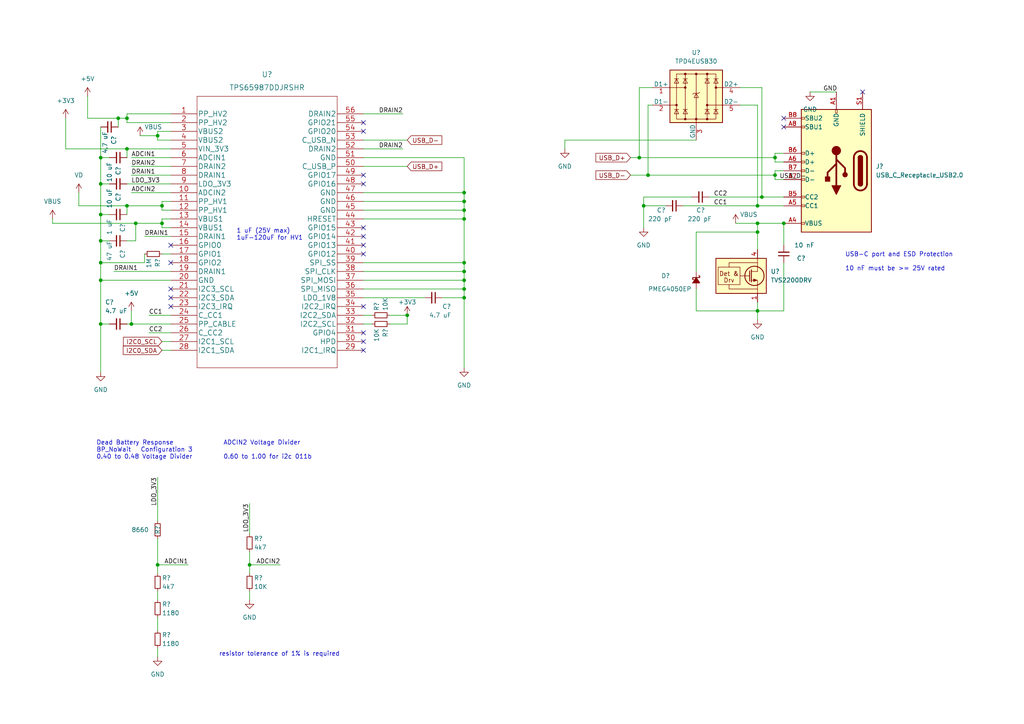
<source format=kicad_sch>
(kicad_sch (version 20211123) (generator eeschema)
  (paper "A4")
  (lib_symbols
    (symbol "Connector:USB_C_Receptacle_USB2.0" (pin_names (offset 1.016))
      (property "Reference" "J" (at -10.16 19.05 0))
      (property "Value" "USB_C_Receptacle_USB2.0" (at 19.05 19.05 0))
      (symbol "USB_C_Receptacle_USB2.0_0_0"
        (rectangle (start -0.254 -17.78) (end 0.254 -16.764))
        (rectangle (start 10.16 -14.986) (end 9.144 -15.494))
        (rectangle (start 10.16 -12.446) (end 9.144 -12.954))
        (rectangle (start 10.16 -4.826) (end 9.144 -5.334))
        (rectangle (start 10.16 -2.286) (end 9.144 -2.794))
        (rectangle (start 10.16 0.254) (end 9.144 -0.254))
        (rectangle (start 10.16 2.794) (end 9.144 2.286))
        (rectangle (start 10.16 7.874) (end 9.144 7.366))
        (rectangle (start 10.16 10.414) (end 9.144 9.906))
        (rectangle (start 10.16 15.494) (end 9.144 14.986))
      )
      (symbol "USB_C_Receptacle_USB2.0_0_1"
        (rectangle (start -10.16 17.78) (end 10.16 -17.78) (stroke (width 0.254)) (fill (type background)))
        (arc (start -8.89 -3.81) (mid -6.985 -5.715) (end -5.08 -3.81) (stroke (width 0.508)))
        (arc (start -7.62 -3.81) (mid -6.985 -4.445) (end -6.35 -3.81) (stroke (width 0.254)))
        (arc (start -7.62 -3.81) (mid -6.985 -4.445) (end -6.35 -3.81) (stroke (width 0.254)) (fill (type outline)))
        (rectangle (start -7.62 -3.81) (end -6.35 3.81) (stroke (width 0.254)) (fill (type outline)))
        (arc (start -6.35 3.81) (mid -6.985 4.445) (end -7.62 3.81) (stroke (width 0.254)))
        (arc (start -6.35 3.81) (mid -6.985 4.445) (end -7.62 3.81) (stroke (width 0.254)) (fill (type outline)))
        (arc (start -5.08 3.81) (mid -6.985 5.715) (end -8.89 3.81) (stroke (width 0.508)))
        (circle (center -2.54 1.143) (radius 0.635) (stroke (width 0.254)) (fill (type outline)))
        (circle (center 0 -5.842) (radius 1.27) (fill (type outline)))
        (polyline (pts (xy -8.89 -3.81) (xy -8.89 3.81)) (stroke (width 0.508)))
        (polyline (pts (xy -5.08 3.81) (xy -5.08 -3.81)) (stroke (width 0.508)))
        (polyline (pts (xy 0 -5.842) (xy 0 4.318)) (stroke (width 0.508)))
        (polyline (pts (xy 0 -3.302) (xy -2.54 -0.762) (xy -2.54 0.508)) (stroke (width 0.508)))
        (polyline (pts (xy 0 -2.032) (xy 2.54 0.508) (xy 2.54 1.778)) (stroke (width 0.508)))
        (polyline (pts (xy -1.27 4.318) (xy 0 6.858) (xy 1.27 4.318) (xy -1.27 4.318)) (stroke (width 0.254)) (fill (type outline)))
        (rectangle (start 1.905 1.778) (end 3.175 3.048) (stroke (width 0.254)) (fill (type outline)))
      )
      (symbol "USB_C_Receptacle_USB2.0_1_1"
        (pin passive line (at 0 -22.86 90) (length 5.08) (name "GND") (number "A1"))
        (pin passive line (at 0 -22.86 90) (length 5.08) hide (name "GND") (number "A12"))
        (pin passive line (at 15.24 15.24 180) (length 5.08) (name "VBUS") (number "A4"))
        (pin bidirectional line (at 15.24 10.16 180) (length 5.08) (name "CC1") (number "A5"))
        (pin bidirectional line (at 15.24 -2.54 180) (length 5.08) (name "D+") (number "A6"))
        (pin bidirectional line (at 15.24 2.54 180) (length 5.08) (name "D-") (number "A7"))
        (pin bidirectional line (at 15.24 -12.7 180) (length 5.08) (name "SBU1") (number "A8"))
        (pin passive line (at 15.24 15.24 180) (length 5.08) hide (name "VBUS") (number "A9"))
        (pin passive line (at 0 -22.86 90) (length 5.08) hide (name "GND") (number "B1"))
        (pin passive line (at 0 -22.86 90) (length 5.08) hide (name "GND") (number "B12"))
        (pin passive line (at 15.24 15.24 180) (length 5.08) hide (name "VBUS") (number "B4"))
        (pin bidirectional line (at 15.24 7.62 180) (length 5.08) (name "CC2") (number "B5"))
        (pin bidirectional line (at 15.24 -5.08 180) (length 5.08) (name "D+") (number "B6"))
        (pin bidirectional line (at 15.24 0 180) (length 5.08) (name "D-") (number "B7"))
        (pin bidirectional line (at 15.24 -15.24 180) (length 5.08) (name "SBU2") (number "B8"))
        (pin passive line (at 15.24 15.24 180) (length 5.08) hide (name "VBUS") (number "B9"))
        (pin passive line (at -7.62 -22.86 90) (length 5.08) (name "SHIELD") (number "S1"))
      )
    )
    (symbol "Device:C_Small" (pin_numbers hide) (pin_names (offset 0.254) hide)
      (property "Reference" "C" (at 0.254 1.778 0))
      (property "Value" "C_Small" (at 0.254 -2.032 0))
      (symbol "C_Small_0_1"
        (polyline (pts (xy -1.524 -0.508) (xy 1.524 -0.508)) (stroke (width 0.3302)))
        (polyline (pts (xy -1.524 0.508) (xy 1.524 0.508)) (stroke (width 0.3048)))
      )
      (symbol "C_Small_1_1"
        (pin passive line (at 0 2.54 270) (length 2.032) (name "~") (number "1"))
        (pin passive line (at 0 -2.54 90) (length 2.032) (name "~") (number "2"))
      )
    )
    (symbol "Device:D_Schottky_Small_Filled" (pin_numbers hide) (pin_names (offset 0.254) hide)
      (property "Reference" "D" (at -1.27 2.032 0))
      (property "Value" "D_Schottky_Small_Filled" (at -7.112 -2.032 0))
      (symbol "D_Schottky_Small_Filled_0_1"
        (polyline (pts (xy -0.762 0) (xy 0.762 0)))
        (polyline (pts (xy 0.762 -1.016) (xy -0.762 0) (xy 0.762 1.016) (xy 0.762 -1.016)) (stroke (width 0.254)) (fill (type outline)))
        (polyline (pts (xy -1.27 0.762) (xy -1.27 1.016) (xy -0.762 1.016) (xy -0.762 -1.016) (xy -0.254 -1.016) (xy -0.254 -0.762)) (stroke (width 0.254)))
      )
      (symbol "D_Schottky_Small_Filled_1_1"
        (pin passive line (at -2.54 0 0) (length 1.778) (name "K") (number "1"))
        (pin passive line (at 2.54 0 180) (length 1.778) (name "A") (number "2"))
      )
    )
    (symbol "Device:R_Small" (pin_numbers hide) (pin_names (offset 0.254) hide)
      (property "Reference" "R" (at 0.762 0.508 0))
      (property "Value" "R_Small" (at 0.762 -1.016 0))
      (symbol "R_Small_0_1"
        (rectangle (start -0.762 1.778) (end 0.762 -1.778) (stroke (width 0.2032)))
      )
      (symbol "R_Small_1_1"
        (pin passive line (at 0 2.54 270) (length 0.762) (name "~") (number "1"))
        (pin passive line (at 0 -2.54 90) (length 0.762) (name "~") (number "2"))
      )
    )
    (symbol "Power_Protection:TPD4EUSB30" (pin_names (offset 0))
      (property "Reference" "U" (at -0.635 8.89 0))
      (property "Value" "TPD4EUSB30" (at 8.89 -10.16 0))
      (symbol "TPD4EUSB30_0_0"
        (rectangle (start -5.715 6.477) (end 5.715 -6.604))
        (polyline (pts (xy -3.175 -6.604) (xy -3.175 6.477)))
        (polyline (pts (xy 0 6.477) (xy 0 -6.604)))
        (polyline (pts (xy 3.175 6.477) (xy 3.175 -6.604)))
      )
      (symbol "TPD4EUSB30_0_1"
        (rectangle (start -7.62 7.62) (end 7.62 -7.62) (stroke (width 0.254)) (fill (type background)))
        (circle (center -5.715 -2.54) (radius 0.2794) (fill (type outline)))
        (circle (center -3.175 -6.604) (radius 0.2794) (fill (type outline)))
        (circle (center -3.175 2.54) (radius 0.2794) (fill (type outline)))
        (circle (center -3.175 6.477) (radius 0.2794) (fill (type outline)))
        (circle (center 0 -6.604) (radius 0.2794) (fill (type outline)))
        (polyline (pts (xy -7.747 2.54) (xy -3.175 2.54)))
        (polyline (pts (xy -7.62 -2.54) (xy -5.715 -2.54)))
        (polyline (pts (xy -5.08 -3.81) (xy -6.35 -3.81)))
        (polyline (pts (xy -5.08 5.08) (xy -6.35 5.08)))
        (polyline (pts (xy -2.54 -3.81) (xy -3.81 -3.81)))
        (polyline (pts (xy -2.54 5.08) (xy -3.81 5.08)))
        (polyline (pts (xy -0.635 0.889) (xy -1.016 0.635)))
        (polyline (pts (xy 0 -6.604) (xy 0 -7.62)))
        (polyline (pts (xy 0.635 0.889) (xy -0.635 0.889)))
        (polyline (pts (xy 0.635 0.889) (xy 1.016 1.143)))
        (polyline (pts (xy 3.81 -3.81) (xy 2.54 -3.81)))
        (polyline (pts (xy 3.81 5.08) (xy 2.54 5.08)))
        (polyline (pts (xy 6.35 -3.81) (xy 5.08 -3.81)))
        (polyline (pts (xy 6.35 5.08) (xy 5.08 5.08)))
        (polyline (pts (xy 7.62 -2.54) (xy 3.175 -2.54)))
        (polyline (pts (xy 7.62 2.54) (xy 5.715 2.54)))
        (polyline (pts (xy -5.08 -5.08) (xy -6.35 -5.08) (xy -5.715 -3.81) (xy -5.08 -5.08)))
        (polyline (pts (xy -5.08 3.81) (xy -6.35 3.81) (xy -5.715 5.08) (xy -5.08 3.81)))
        (polyline (pts (xy -2.54 -5.08) (xy -3.81 -5.08) (xy -3.175 -3.81) (xy -2.54 -5.08)))
        (polyline (pts (xy -2.54 3.81) (xy -3.81 3.81) (xy -3.175 5.08) (xy -2.54 3.81)))
        (polyline (pts (xy 0.635 -0.381) (xy -0.635 -0.381) (xy 0 0.889) (xy 0.635 -0.381)))
        (polyline (pts (xy 3.81 -5.08) (xy 2.54 -5.08) (xy 3.175 -3.81) (xy 3.81 -5.08)))
        (polyline (pts (xy 3.81 3.81) (xy 2.54 3.81) (xy 3.175 5.08) (xy 3.81 3.81)))
        (polyline (pts (xy 6.35 -5.08) (xy 5.08 -5.08) (xy 5.715 -3.81) (xy 6.35 -5.08)))
        (polyline (pts (xy 6.35 3.81) (xy 5.08 3.81) (xy 5.715 5.08) (xy 6.35 3.81)))
        (circle (center 0 6.477) (radius 0.2794) (fill (type outline)))
        (circle (center 3.175 -6.604) (radius 0.2794) (fill (type outline)))
        (circle (center 3.175 -2.54) (radius 0.2794) (fill (type outline)))
        (circle (center 3.175 6.477) (radius 0.2794) (fill (type outline)))
        (circle (center 5.715 2.54) (radius 0.2794) (fill (type outline)))
      )
      (symbol "TPD4EUSB30_1_1"
        (pin passive line (at -12.7 2.54 0) (length 5.08) (name "D1+") (number "1"))
        (pin no_connect line (at -5.08 7.62 0) (length 5.08) hide (name "NC") (number "10"))
        (pin passive line (at -12.7 -2.54 0) (length 5.08) (name "D1-") (number "2"))
        (pin power_in line (at 0 -12.7 90) (length 5.08) (name "GND") (number "3"))
        (pin passive line (at 12.7 2.54 180) (length 5.08) (name "D2+") (number "4"))
        (pin passive line (at 12.7 -2.54 180) (length 5.08) (name "D2-") (number "5"))
        (pin no_connect line (at 5.08 -7.62 180) (length 5.08) hide (name "NC") (number "6"))
        (pin no_connect line (at 5.08 7.62 180) (length 5.08) hide (name "NC") (number "7"))
        (pin passive line (at 0 -12.7 90) (length 5.08) hide (name "GND") (number "8"))
        (pin no_connect line (at -5.08 -7.62 0) (length 5.08) hide (name "NC") (number "9"))
      )
    )
    (symbol "Power_Protection:TVS2200DRV" (pin_names (offset 0) hide)
      (property "Reference" "U" (at 2.54 1.27 0))
      (property "Value" "TVS2200DRV" (at 2.54 -1.27 0))
      (symbol "TVS2200DRV_0_0"
        (rectangle (start -11.43 2.54) (end -5.08 -2.54))
        (polyline (pts (xy 0 1.27) (xy -1.778 1.27)))
        (polyline (pts (xy -8.255 -2.54) (xy -8.255 -3.81) (xy 0 -3.81)))
        (polyline (pts (xy -8.255 2.54) (xy -8.255 3.81) (xy 0 3.81)))
        (text "Det &" (at -8.255 0.635 0) (effects (font (size 1.27 1.27))))
        (text "Drv" (at -8.255 -1.27 0) (effects (font (size 1.27 1.27))))
      )
      (symbol "TVS2200DRV_0_1"
        (rectangle (start -12.065 5.08) (end 2.54 -5.08) (stroke (width 0.254)) (fill (type background)))
        (circle (center -0.889 0) (radius 2.794) (stroke (width 0.254)))
        (polyline (pts (xy -2.286 0) (xy -5.08 0)))
        (polyline (pts (xy -2.286 1.397) (xy -2.286 -1.524)) (stroke (width 0.254)))
        (polyline (pts (xy -1.778 1.778) (xy -1.778 -1.778)) (stroke (width 0.254)))
        (polyline (pts (xy 0 -2.54) (xy 0 -5.08)))
        (polyline (pts (xy 0 2.54) (xy 0 1.27)))
        (polyline (pts (xy 0 5.08) (xy 0 2.54)))
        (polyline (pts (xy 0 -2.54) (xy 0 -1.27) (xy -1.778 -1.27)))
        (polyline (pts (xy -0.127 -1.27) (xy -1.143 -1.651) (xy -1.143 -0.889) (xy -0.127 -1.27)) (fill (type outline)))
      )
      (symbol "TVS2200DRV_1_1"
        (pin power_in line (at 0 -7.62 90) (length 2.54) (name "GND") (number "1"))
        (pin power_in line (at 0 -7.62 90) (length 2.54) hide (name "GND") (number "2"))
        (pin power_in line (at 0 -7.62 90) (length 2.54) hide (name "GND") (number "3"))
        (pin passive line (at 0 7.62 270) (length 2.54) (name "IN") (number "4"))
        (pin passive line (at 0 7.62 270) (length 2.54) hide (name "IN") (number "5"))
        (pin passive line (at 0 7.62 270) (length 2.54) hide (name "IN") (number "6"))
        (pin power_in line (at 0 -7.62 90) (length 2.54) hide (name "GND") (number "7"))
      )
    )
    (symbol "TPS65987DDJRSHR:TPS65987DDJRSHR" (pin_names (offset 0.254))
      (property "Reference" "U" (at 27.94 10.16 0))
      (property "Value" "TPS65987DDJRSHR" (at 27.94 7.62 0))
      (symbol "TPS65987DDJRSHR_1_1"
        (polyline (pts (xy 7.62 -73.66) (xy 48.26 -73.66)) (stroke (width 0.127)))
        (polyline (pts (xy 7.62 5.08) (xy 7.62 -73.66)) (stroke (width 0.127)))
        (polyline (pts (xy 48.26 -73.66) (xy 48.26 5.08)) (stroke (width 0.127)))
        (polyline (pts (xy 48.26 5.08) (xy 7.62 5.08)) (stroke (width 0.127)))
        (pin bidirectional line (at 0 0 0) (length 7.62) (name "PP_HV2") (number "1"))
        (pin input line (at 0 -22.86 0) (length 7.62) (name "ADCIN2") (number "10"))
        (pin bidirectional line (at 0 -25.4 0) (length 7.62) (name "PP_HV1") (number "11"))
        (pin bidirectional line (at 0 -27.94 0) (length 7.62) (name "PP_HV1") (number "12"))
        (pin bidirectional line (at 0 -30.48 0) (length 7.62) (name "VBUS1") (number "13"))
        (pin bidirectional line (at 0 -33.02 0) (length 7.62) (name "VBUS1") (number "14"))
        (pin input line (at 0 -35.56 0) (length 7.62) (name "DRAIN1") (number "15"))
        (pin bidirectional line (at 0 -38.1 0) (length 7.62) (name "GPIO0") (number "16"))
        (pin bidirectional line (at 0 -40.64 0) (length 7.62) (name "GPIO1") (number "17"))
        (pin bidirectional line (at 0 -43.18 0) (length 7.62) (name "GPIO2") (number "18"))
        (pin input line (at 0 -45.72 0) (length 7.62) (name "DRAIN1") (number "19"))
        (pin bidirectional line (at 0 -2.54 0) (length 7.62) (name "PP_HV2") (number "2"))
        (pin power_in line (at 0 -48.26 0) (length 7.62) (name "GND") (number "20"))
        (pin bidirectional line (at 0 -50.8 0) (length 7.62) (name "I2C3_SCL") (number "21"))
        (pin bidirectional line (at 0 -53.34 0) (length 7.62) (name "I2C3_SDA") (number "22"))
        (pin bidirectional line (at 0 -55.88 0) (length 7.62) (name "I2C3_IRQ") (number "23"))
        (pin bidirectional line (at 0 -58.42 0) (length 7.62) (name "C_CC1") (number "24"))
        (pin unspecified line (at 0 -60.96 0) (length 7.62) (name "PP_CABLE") (number "25"))
        (pin bidirectional line (at 0 -63.5 0) (length 7.62) (name "C_CC2") (number "26"))
        (pin bidirectional line (at 0 -66.04 0) (length 7.62) (name "I2C1_SCL") (number "27"))
        (pin bidirectional line (at 0 -68.58 0) (length 7.62) (name "I2C1_SDA") (number "28"))
        (pin bidirectional line (at 55.88 -68.58 180) (length 7.62) (name "I2C1_IRQ") (number "29"))
        (pin bidirectional line (at 0 -5.08 0) (length 7.62) (name "VBUS2") (number "3"))
        (pin unspecified line (at 55.88 -66.04 180) (length 7.62) (name "HPD") (number "30"))
        (pin bidirectional line (at 55.88 -63.5 180) (length 7.62) (name "GPIO4") (number "31"))
        (pin bidirectional line (at 55.88 -60.96 180) (length 7.62) (name "I2C2_SCL") (number "32"))
        (pin bidirectional line (at 55.88 -58.42 180) (length 7.62) (name "I2C2_SDA") (number "33"))
        (pin bidirectional line (at 55.88 -55.88 180) (length 7.62) (name "I2C2_IRQ") (number "34"))
        (pin bidirectional line (at 55.88 -53.34 180) (length 7.62) (name "LDO_1V8") (number "35"))
        (pin unspecified line (at 55.88 -50.8 180) (length 7.62) (name "SPI_MISO") (number "36"))
        (pin unspecified line (at 55.88 -48.26 180) (length 7.62) (name "SPI_MOSI") (number "37"))
        (pin unspecified line (at 55.88 -45.72 180) (length 7.62) (name "SPI_CLK") (number "38"))
        (pin unspecified line (at 55.88 -43.18 180) (length 7.62) (name "SPI_SS") (number "39"))
        (pin bidirectional line (at 0 -7.62 0) (length 7.62) (name "VBUS2") (number "4"))
        (pin bidirectional line (at 55.88 -40.64 180) (length 7.62) (name "GPIO12") (number "40"))
        (pin bidirectional line (at 55.88 -38.1 180) (length 7.62) (name "GPIO13") (number "41"))
        (pin bidirectional line (at 55.88 -35.56 180) (length 7.62) (name "GPIO14") (number "42"))
        (pin bidirectional line (at 55.88 -33.02 180) (length 7.62) (name "GPIO15") (number "43"))
        (pin unspecified line (at 55.88 -30.48 180) (length 7.62) (name "HRESET") (number "44"))
        (pin power_in line (at 55.88 -27.94 180) (length 7.62) (name "GND") (number "45"))
        (pin power_in line (at 55.88 -25.4 180) (length 7.62) (name "GND") (number "46"))
        (pin power_in line (at 55.88 -22.86 180) (length 7.62) (name "GND") (number "47"))
        (pin bidirectional line (at 55.88 -20.32 180) (length 7.62) (name "GPIO16") (number "48"))
        (pin bidirectional line (at 55.88 -17.78 180) (length 7.62) (name "GPIO17") (number "49"))
        (pin unspecified line (at 0 -10.16 0) (length 7.62) (name "VIN_3V3") (number "5"))
        (pin unspecified line (at 55.88 -15.24 180) (length 7.62) (name "C_USB_P") (number "50"))
        (pin power_in line (at 55.88 -12.7 180) (length 7.62) (name "GND") (number "51"))
        (pin input line (at 55.88 -10.16 180) (length 7.62) (name "DRAIN2") (number "52"))
        (pin unspecified line (at 55.88 -7.62 180) (length 7.62) (name "C_USB_N") (number "53"))
        (pin bidirectional line (at 55.88 -5.08 180) (length 7.62) (name "GPIO20") (number "54"))
        (pin bidirectional line (at 55.88 -2.54 180) (length 7.62) (name "GPIO21") (number "55"))
        (pin input line (at 55.88 0 180) (length 7.62) (name "DRAIN2") (number "56"))
        (pin input line (at 0 -12.7 0) (length 7.62) (name "ADCIN1") (number "6"))
        (pin input line (at 0 -15.24 0) (length 7.62) (name "DRAIN2") (number "7"))
        (pin input line (at 0 -17.78 0) (length 7.62) (name "DRAIN1") (number "8"))
        (pin bidirectional line (at 0 -20.32 0) (length 7.62) (name "LDO_3V3") (number "9"))
      )
    )
    (symbol "power:+3.3V" (power) (pin_names (offset 0))
      (property "Value" "+3.3V" (at 0 3.556 0))
      (symbol "+3.3V_0_1"
        (polyline (pts (xy -0.762 1.27) (xy 0 2.54)))
        (polyline (pts (xy 0 0) (xy 0 2.54)))
        (polyline (pts (xy 0 2.54) (xy 0.762 1.27)))
      )
      (symbol "+3.3V_1_1"
        (pin power_in line (at 0 0 90) (length 0) hide (name "+3V3") (number "1"))
      )
    )
    (symbol "power:+5V" (power) (pin_names (offset 0))
      (property "Value" "+5V" (at 0 3.556 0))
      (symbol "+5V_0_1"
        (polyline (pts (xy -0.762 1.27) (xy 0 2.54)))
        (polyline (pts (xy 0 0) (xy 0 2.54)))
        (polyline (pts (xy 0 2.54) (xy 0.762 1.27)))
      )
      (symbol "+5V_1_1"
        (pin power_in line (at 0 0 90) (length 0) hide (name "+5V") (number "1"))
      )
    )
    (symbol "power:GND" (power) (pin_names (offset 0))
      (property "Value" "GND" (at 0 -3.81 0))
      (symbol "GND_0_1"
        (polyline (pts (xy 0 0) (xy 0 -1.27) (xy 1.27 -1.27) (xy 0 -2.54) (xy -1.27 -1.27) (xy 0 -1.27)))
      )
      (symbol "GND_1_1"
        (pin power_in line (at 0 0 270) (length 0) hide (name "GND") (number "1"))
      )
    )
    (symbol "power:VBUS" (power) (pin_names (offset 0))
      (property "Value" "VBUS" (at 0 3.81 0))
      (symbol "VBUS_0_1"
        (polyline (pts (xy -0.762 1.27) (xy 0 2.54)))
        (polyline (pts (xy 0 0) (xy 0 2.54)))
        (polyline (pts (xy 0 2.54) (xy 0.762 1.27)))
      )
      (symbol "VBUS_1_1"
        (pin power_in line (at 0 0 90) (length 0) hide (name "VBUS") (number "1"))
      )
    )
    (symbol "power:VD" (power) (pin_names (offset 0))
      (property "Value" "VD" (at 0 3.81 0))
      (symbol "VD_0_1"
        (polyline (pts (xy -0.762 1.27) (xy 0 2.54)))
        (polyline (pts (xy 0 0) (xy 0 2.54)))
        (polyline (pts (xy 0 2.54) (xy 0.762 1.27)))
      )
      (symbol "VD_1_1"
        (pin power_in line (at 0 0 90) (length 0) hide (name "VD") (number "1"))
      )
    )
  )
  (junction (at 29.21 62.23))
  (junction (at 227.33 64.77))
  (junction (at 134.62 63.5))
  (junction (at 39.37 64.77))
  (junction (at 45.72 163.83))
  (junction (at 219.71 64.77))
  (junction (at 219.71 90.17))
  (junction (at 45.72 39.37))
  (junction (at 36.83 34.29))
  (junction (at 219.71 59.69))
  (junction (at 224.79 50.8))
  (junction (at 134.62 76.2))
  (junction (at 34.29 34.29))
  (junction (at 72.39 163.83))
  (junction (at 186.69 59.69))
  (junction (at 29.21 45.72))
  (junction (at 134.62 81.28))
  (junction (at 134.62 86.36))
  (junction (at 38.1 93.98))
  (junction (at 134.62 78.74))
  (junction (at 29.21 76.2))
  (junction (at 46.99 64.77))
  (junction (at 220.98 57.15))
  (junction (at 29.21 53.34))
  (junction (at 29.21 93.98))
  (junction (at 219.71 67.31))
  (junction (at 29.21 69.85))
  (junction (at 224.79 45.72))
  (junction (at 118.11 91.44))
  (junction (at 187.96 50.8))
  (junction (at 29.21 81.28))
  (junction (at 134.62 83.82))
  (junction (at 134.62 55.88))
  (junction (at 185.42 45.72))
  (junction (at 36.83 43.18))
  (junction (at 134.62 58.42))
  (junction (at 46.99 59.69))
  (junction (at 36.83 59.69))
  (junction (at 134.62 60.96))
  (no_connect (at 49.53 86.36))
  (no_connect (at 49.53 83.82))
  (no_connect (at 105.41 96.52))
  (no_connect (at 105.41 99.06))
  (no_connect (at 105.41 35.56))
  (no_connect (at 105.41 38.1))
  (no_connect (at 105.41 66.04))
  (no_connect (at 105.41 68.58))
  (no_connect (at 105.41 53.34))
  (no_connect (at 105.41 50.8))
  (no_connect (at 105.41 73.66))
  (no_connect (at 105.41 71.12))
  (no_connect (at 49.53 71.12))
  (no_connect (at 49.53 76.2))
  (no_connect (at 49.53 88.9))
  (no_connect (at 105.41 101.6))
  (no_connect (at 105.41 88.9))
  (no_connect (at 250.19 26.67))
  (no_connect (at 227.33 36.83))
  (no_connect (at 227.33 34.29))
  (wire (pts (xy 45.72 163.83) (xy 54.61 163.83)))
  (wire (pts (xy 38.1 93.98) (xy 49.53 93.98)))
  (wire (pts (xy 46.99 60.96) (xy 46.99 59.69)))
  (wire (pts (xy 113.03 91.44) (xy 118.11 91.44)))
  (wire (pts (xy 134.62 60.96) (xy 134.62 63.5)))
  (wire (pts (xy 227.33 64.77) (xy 227.33 71.12)))
  (wire (pts (xy 72.39 160.02) (xy 72.39 163.83)))
  (wire (pts (xy 201.93 83.82) (xy 201.93 90.17)))
  (wire (pts (xy 105.41 81.28) (xy 134.62 81.28)))
  (wire (pts (xy 45.72 39.37) (xy 45.72 40.64)))
  (wire (pts (xy 220.98 57.15) (xy 227.33 57.15)))
  (wire (pts (xy 219.71 87.63) (xy 219.71 90.17)))
  (wire (pts (xy 25.4 27.94) (xy 25.4 34.29)))
  (wire (pts (xy 36.83 34.29) (xy 36.83 35.56)))
  (wire (pts (xy 227.33 90.17) (xy 219.71 90.17)))
  (wire (pts (xy 118.11 93.98) (xy 118.11 91.44)))
  (wire (pts (xy 182.88 45.72) (xy 185.42 45.72)))
  (wire (pts (xy 38.1 55.88) (xy 49.53 55.88)))
  (wire (pts (xy 189.23 30.48) (xy 187.96 30.48)))
  (wire (pts (xy 72.39 171.45) (xy 72.39 173.99)))
  (wire (pts (xy 72.39 146.05) (xy 72.39 154.94)))
  (wire (pts (xy 46.99 64.77) (xy 46.99 66.04)))
  (wire (pts (xy 163.83 43.18) (xy 163.83 40.64)))
  (wire (pts (xy 39.37 64.77) (xy 46.99 64.77)))
  (wire (pts (xy 36.83 33.02) (xy 36.83 34.29)))
  (wire (pts (xy 219.71 30.48) (xy 219.71 59.69)))
  (wire (pts (xy 134.62 78.74) (xy 134.62 81.28)))
  (wire (pts (xy 205.74 57.15) (xy 220.98 57.15)))
  (wire (pts (xy 29.21 81.28) (xy 29.21 93.98)))
  (wire (pts (xy 40.64 39.37) (xy 45.72 39.37)))
  (wire (pts (xy 34.29 34.29) (xy 36.83 34.29)))
  (wire (pts (xy 134.62 86.36) (xy 134.62 106.68)))
  (wire (pts (xy 220.98 25.4) (xy 220.98 57.15)))
  (wire (pts (xy 45.72 179.07) (xy 45.72 182.88)))
  (wire (pts (xy 134.62 55.88) (xy 134.62 58.42)))
  (wire (pts (xy 43.18 96.52) (xy 49.53 96.52)))
  (wire (pts (xy 19.05 34.29) (xy 19.05 43.18)))
  (wire (pts (xy 29.21 62.23) (xy 29.21 69.85)))
  (wire (pts (xy 49.53 60.96) (xy 46.99 60.96)))
  (wire (pts (xy 105.41 83.82) (xy 134.62 83.82)))
  (wire (pts (xy 29.21 62.23) (xy 31.75 62.23)))
  (wire (pts (xy 224.79 52.07) (xy 227.33 52.07)))
  (wire (pts (xy 227.33 44.45) (xy 224.79 44.45)))
  (wire (pts (xy 46.99 58.42) (xy 49.53 58.42)))
  (wire (pts (xy 38.1 45.72) (xy 49.53 45.72)))
  (wire (pts (xy 36.83 59.69) (xy 36.83 62.23)))
  (wire (pts (xy 19.05 43.18) (xy 36.83 43.18)))
  (wire (pts (xy 36.83 43.18) (xy 49.53 43.18)))
  (wire (pts (xy 29.21 45.72) (xy 29.21 53.34)))
  (wire (pts (xy 214.63 25.4) (xy 220.98 25.4)))
  (wire (pts (xy 200.66 57.15) (xy 186.69 57.15)))
  (wire (pts (xy 45.72 40.64) (xy 49.53 40.64)))
  (wire (pts (xy 105.41 45.72) (xy 134.62 45.72)))
  (wire (pts (xy 219.71 64.77) (xy 219.71 67.31)))
  (wire (pts (xy 49.53 38.1) (xy 45.72 38.1)))
  (wire (pts (xy 29.21 69.85) (xy 31.75 69.85)))
  (wire (pts (xy 46.99 99.06) (xy 49.53 99.06)))
  (wire (pts (xy 105.41 55.88) (xy 134.62 55.88)))
  (wire (pts (xy 38.1 50.8) (xy 49.53 50.8)))
  (wire (pts (xy 33.02 78.74) (xy 49.53 78.74)))
  (wire (pts (xy 219.71 59.69) (xy 227.33 59.69)))
  (wire (pts (xy 113.03 93.98) (xy 118.11 93.98)))
  (wire (pts (xy 186.69 59.69) (xy 186.69 66.04)))
  (wire (pts (xy 198.12 59.69) (xy 219.71 59.69)))
  (wire (pts (xy 45.72 138.43) (xy 45.72 151.13)))
  (wire (pts (xy 46.99 66.04) (xy 49.53 66.04)))
  (wire (pts (xy 105.41 33.02) (xy 116.84 33.02)))
  (wire (pts (xy 45.72 187.96) (xy 45.72 190.5)))
  (wire (pts (xy 185.42 25.4) (xy 185.42 45.72)))
  (wire (pts (xy 187.96 30.48) (xy 187.96 50.8)))
  (wire (pts (xy 105.41 86.36) (xy 123.19 86.36)))
  (wire (pts (xy 41.91 68.58) (xy 49.53 68.58)))
  (wire (pts (xy 36.83 69.85) (xy 39.37 69.85)))
  (wire (pts (xy 185.42 45.72) (xy 224.79 45.72)))
  (wire (pts (xy 219.71 90.17) (xy 219.71 92.71)))
  (wire (pts (xy 31.75 45.72) (xy 29.21 45.72)))
  (wire (pts (xy 45.72 171.45) (xy 45.72 173.99)))
  (wire (pts (xy 182.88 50.8) (xy 187.96 50.8)))
  (wire (pts (xy 214.63 30.48) (xy 219.71 30.48)))
  (wire (pts (xy 46.99 59.69) (xy 46.99 58.42)))
  (wire (pts (xy 193.04 59.69) (xy 186.69 59.69)))
  (wire (pts (xy 224.79 49.53) (xy 224.79 50.8)))
  (wire (pts (xy 163.83 40.64) (xy 201.93 40.64)))
  (wire (pts (xy 105.41 76.2) (xy 134.62 76.2)))
  (wire (pts (xy 219.71 64.77) (xy 227.33 64.77)))
  (wire (pts (xy 15.24 64.77) (xy 39.37 64.77)))
  (wire (pts (xy 15.24 64.77) (xy 15.24 63.5)))
  (wire (pts (xy 22.86 59.69) (xy 22.86 55.88)))
  (wire (pts (xy 227.33 76.2) (xy 227.33 90.17)))
  (wire (pts (xy 201.93 78.74) (xy 201.93 67.31)))
  (wire (pts (xy 134.62 81.28) (xy 134.62 83.82)))
  (wire (pts (xy 45.72 38.1) (xy 45.72 39.37)))
  (wire (pts (xy 134.62 58.42) (xy 134.62 60.96)))
  (wire (pts (xy 187.96 50.8) (xy 224.79 50.8)))
  (wire (pts (xy 201.93 90.17) (xy 219.71 90.17)))
  (wire (pts (xy 134.62 76.2) (xy 134.62 78.74)))
  (wire (pts (xy 219.71 67.31) (xy 219.71 72.39)))
  (wire (pts (xy 29.21 53.34) (xy 29.21 62.23)))
  (wire (pts (xy 29.21 53.34) (xy 31.75 53.34)))
  (wire (pts (xy 134.62 45.72) (xy 134.62 55.88)))
  (wire (pts (xy 201.93 67.31) (xy 219.71 67.31)))
  (wire (pts (xy 34.29 34.29) (xy 34.29 36.83)))
  (wire (pts (xy 105.41 78.74) (xy 134.62 78.74)))
  (wire (pts (xy 45.72 156.21) (xy 45.72 163.83)))
  (wire (pts (xy 105.41 48.26) (xy 118.11 48.26)))
  (wire (pts (xy 134.62 83.82) (xy 134.62 86.36)))
  (wire (pts (xy 45.72 163.83) (xy 45.72 166.37)))
  (wire (pts (xy 36.83 53.34) (xy 49.53 53.34)))
  (wire (pts (xy 29.21 36.83) (xy 29.21 45.72)))
  (wire (pts (xy 46.99 73.66) (xy 49.53 73.66)))
  (wire (pts (xy 189.23 25.4) (xy 185.42 25.4)))
  (wire (pts (xy 41.91 76.2) (xy 29.21 76.2)))
  (wire (pts (xy 105.41 93.98) (xy 107.95 93.98)))
  (wire (pts (xy 29.21 76.2) (xy 29.21 81.28)))
  (wire (pts (xy 39.37 69.85) (xy 39.37 64.77)))
  (wire (pts (xy 38.1 90.17) (xy 38.1 93.98)))
  (wire (pts (xy 186.69 57.15) (xy 186.69 59.69)))
  (wire (pts (xy 36.83 35.56) (xy 49.53 35.56)))
  (wire (pts (xy 105.41 91.44) (xy 107.95 91.44)))
  (wire (pts (xy 49.53 63.5) (xy 46.99 63.5)))
  (wire (pts (xy 43.18 91.44) (xy 49.53 91.44)))
  (wire (pts (xy 224.79 46.99) (xy 224.79 45.72)))
  (wire (pts (xy 105.41 43.18) (xy 116.84 43.18)))
  (wire (pts (xy 72.39 163.83) (xy 81.28 163.83)))
  (wire (pts (xy 227.33 46.99) (xy 224.79 46.99)))
  (wire (pts (xy 234.95 26.67) (xy 242.57 26.67)))
  (wire (pts (xy 128.27 86.36) (xy 134.62 86.36)))
  (wire (pts (xy 36.83 59.69) (xy 46.99 59.69)))
  (wire (pts (xy 46.99 101.6) (xy 49.53 101.6)))
  (wire (pts (xy 29.21 93.98) (xy 29.21 107.95)))
  (wire (pts (xy 224.79 50.8) (xy 224.79 52.07)))
  (wire (pts (xy 105.41 40.64) (xy 118.11 40.64)))
  (wire (pts (xy 72.39 163.83) (xy 72.39 166.37)))
  (wire (pts (xy 105.41 60.96) (xy 134.62 60.96)))
  (wire (pts (xy 22.86 59.69) (xy 36.83 59.69)))
  (wire (pts (xy 36.83 43.18) (xy 36.83 45.72)))
  (wire (pts (xy 46.99 63.5) (xy 46.99 64.77)))
  (wire (pts (xy 105.41 63.5) (xy 134.62 63.5)))
  (wire (pts (xy 105.41 58.42) (xy 134.62 58.42)))
  (wire (pts (xy 25.4 34.29) (xy 34.29 34.29)))
  (wire (pts (xy 224.79 44.45) (xy 224.79 45.72)))
  (wire (pts (xy 29.21 69.85) (xy 29.21 76.2)))
  (wire (pts (xy 227.33 49.53) (xy 224.79 49.53)))
  (wire (pts (xy 134.62 63.5) (xy 134.62 76.2)))
  (wire (pts (xy 29.21 93.98) (xy 31.75 93.98)))
  (wire (pts (xy 213.36 64.77) (xy 219.71 64.77)))
  (wire (pts (xy 49.53 81.28) (xy 29.21 81.28)))
  (wire (pts (xy 38.1 48.26) (xy 49.53 48.26)))
  (wire (pts (xy 49.53 33.02) (xy 36.83 33.02)))
  (wire (pts (xy 41.91 73.66) (xy 41.91 76.2)))
  (wire (pts (xy 36.83 93.98) (xy 38.1 93.98)))
  (text "ADCIN2 Voltage Divider\n\n0.60 to 1.00 for i2c 011b" (at 64.77 133.35 0) (effects (font (size 1.27 1.27)) (justify left bottom)))
  (text "resistor tolerance of 1% is required" (at 63.5 190.5 0) (effects (font (size 1.27 1.27)) (justify left bottom)))
  (text "Dead Battery Response\nBP_NoWait   Configuration 3\n0.40 to 0.48 Voltage Divider" (at 27.94 133.35 0) (effects (font (size 1.27 1.27)) (justify left bottom)))
  (text "1 uF (25V max)\n1uF-120uF for HV1" (at 68.58 69.85 0) (effects (font (size 1.27 1.27)) (justify left bottom)))
  (text "USB-C port and ESD Protection\n\n10 nF must be >= 25V rated" (at 245.11 78.74 0) (effects (font (size 1.27 1.27)) (justify left bottom)))
  (label "LDO_3V3" (at 72.39 146.05 270))
  (label "DRAIN2" (at 38.1 48.26 0))
  (label "ADCIN2" (at 81.28 163.83 180))
  (label "DRAIN1" (at 33.02 78.74 0))
  (label "LDO_3V3" (at 38.1 53.34 0))
  (label "USB_D-" (at 226.06 52.07 0))
  (label "LDO_3V3" (at 45.72 138.43 270))
  (label "CC2" (at 207.01 57.15 0))
  (label "DRAIN2" (at 116.84 33.02 180))
  (label "ADCIN1" (at 54.61 163.83 180))
  (label "DRAIN1" (at 38.1 50.8 0))
  (label "CC1" (at 43.18 91.44 0))
  (label "GND" (at 238.76 26.67 0))
  (label "CC1" (at 207.01 59.69 0))
  (label "DRAIN1" (at 41.91 68.58 0))
  (label "ADCIN2" (at 38.1 55.88 0))
  (label "CC2" (at 43.18 96.52 0))
  (label "DRAIN2" (at 116.84 43.18 180))
  (label "ADCIN1" (at 38.1 45.72 0))
  (global_label "I2C0_SDA" (shape input) (at 46.99 101.6 180) (property "Intersheet References" "${INTERSHEET_REFS}" (effects hide)))
  (global_label "USB_D-" (shape input) (at 118.11 40.64 0) (property "Intersheet References" "${INTERSHEET_REFS}" (effects hide)))
  (global_label "I2C0_SCL" (shape input) (at 46.99 99.06 180) (property "Intersheet References" "${INTERSHEET_REFS}" (effects hide)))
  (global_label "USB_D-" (shape input) (at 182.88 50.8 180) (property "Intersheet References" "${INTERSHEET_REFS}" (effects hide)))
  (global_label "USB_D+" (shape input) (at 118.11 48.26 0) (property "Intersheet References" "${INTERSHEET_REFS}" (effects hide)))
  (global_label "USB_D+" (shape input) (at 182.88 45.72 180) (property "Intersheet References" "${INTERSHEET_REFS}" (effects hide)))
  (symbol (lib_id "power:GND") (at 29.21 107.95 0) (unit 1)
    (property "Reference" "#PWR?" (effects hide))
    (property "Value" "GND" (at 29.21 113.03 0))
  )
  (symbol (lib_id "Device:C_Small") (at 34.29 69.85 270) (unit 1)
    (property "Reference" "C?" (at 35.5538 72.39 0) (effects (justify left)))
    (property "Value" "47 uF" (at 31.75 69.85 0) (effects (justify left)))
  )
  (symbol (lib_id "Device:C_Small") (at 31.75 36.83 270) (unit 1)
    (property "Reference" "C?" (at 33.02 39.37 0) (effects (justify left)))
    (property "Value" "4.7 uF" (at 30.48 38.1 0) (effects (justify left)))
  )
  (symbol (lib_id "Connector:USB_C_Receptacle_USB2.0") (at 242.57 49.53 180) (unit 1)
    (property "Reference" "J?" (at 254 48.2599 0) (effects (justify right)))
    (property "Value" "USB_C_Receptacle_USB2.0" (at 254 50.7999 0) (effects (justify right)))
    (property "Footprint" "Connector_USB:USB_C_Receptacle_GCT_USB4085" (effects hide))
    (property "Datasheet" "https://www.usb.org/sites/default/files/documents/usb_type-c.zip" (effects hide))
  )
  (symbol (lib_id "power:+5V") (at 25.4 27.94 0) (unit 1)
    (property "Reference" "#PWR?" (effects hide))
    (property "Value" "+5V" (at 25.4 22.86 0))
  )
  (symbol (lib_id "Device:D_Schottky_Small_Filled") (at 201.93 81.28 270) (unit 1)
    (property "Reference" "D?" (at 191.77 80.01 90) (effects (justify left)))
    (property "Value" "PMEG4050EP" (at 187.96 83.82 90) (effects (justify left)))
  )
  (symbol (lib_id "power:VBUS") (at 40.64 39.37 0) (unit 1)
    (property "Reference" "#PWR?" (effects hide))
    (property "Value" "VBUS" (at 44.45 36.83 0))
  )
  (symbol (lib_id "Power_Protection:TVS2200DRV") (at 219.71 80.01 0) (unit 1)
    (property "Reference" "U?" (at 223.52 78.7399 0) (effects (justify left)))
    (property "Value" "TVS2200DRV" (at 223.52 81.2799 0) (effects (justify left)))
    (property "Footprint" "Package_SON:WSON-6-1EP_2x2mm_P0.65mm_EP1x1.6mm" (effects hide))
    (property "Datasheet" "http://www.ti.com/lit/ds/symlink/tvs2200.pdf" (effects hide))
  )
  (symbol (lib_id "TPS65987DDJRSHR:TPS65987DDJRSHR") (at 49.53 33.02 0) (unit 1)
    (property "Reference" "U?" (at 77.47 21.59 0) (effects (font (size 1.524 1.524))))
    (property "Value" "TPS65987DDJRSHR" (at 77.47 25.4 0) (effects (font (size 1.524 1.524))))
    (property "Footprint" "PowerIC:TPS65987DDJRSHR" (effects hide))
  )
  (symbol (lib_id "Device:R_Small") (at 45.72 168.91 0) (unit 1)
    (property "Reference" "R?" (at 46.99 167.64 0) (effects (justify left)))
    (property "Value" "4k7" (at 46.99 170.18 0) (effects (justify left)))
  )
  (symbol (lib_id "Device:C_Small") (at 195.58 59.69 270) (unit 1)
    (property "Reference" "C?" (at 190.5 60.96 90) (effects (justify left)))
    (property "Value" "220 pF" (at 187.96 63.5 90) (effects (justify left)))
  )
  (symbol (lib_id "Power_Protection:TPD4EUSB30") (at 201.93 27.94 0) (unit 1)
    (property "Reference" "U?" (at 201.93 15.24 0))
    (property "Value" "TPD4EUSB30" (at 201.93 17.78 0))
    (property "Footprint" "Package_SON:USON-10_2.5x1.0mm_P0.5mm" (effects hide))
    (property "Datasheet" "http://www.ti.com/lit/ds/symlink/tpd2eusb30a.pdf" (effects hide))
  )
  (symbol (lib_id "power:VBUS") (at 213.36 64.77 0) (unit 1)
    (property "Reference" "#PWR?" (effects hide))
    (property "Value" "VBUS" (at 217.17 62.23 0))
  )
  (symbol (lib_id "Device:C_Small") (at 227.33 73.66 180) (unit 1)
    (property "Reference" "C?" (at 233.68 74.93 0) (effects (justify left)))
    (property "Value" "10 nF" (at 236.22 71.12 0) (effects (justify left)))
  )
  (symbol (lib_id "power:+5V") (at 38.1 90.17 0) (unit 1)
    (property "Reference" "#PWR?" (effects hide))
    (property "Value" "+5V" (at 38.1 85.09 0))
  )
  (symbol (lib_id "Device:C_Small") (at 125.73 86.36 270) (unit 1)
    (property "Reference" "C?" (at 128.27 88.9 90) (effects (justify left)))
    (property "Value" "4.7 uF" (at 124.46 91.44 90) (effects (justify left)))
  )
  (symbol (lib_id "Device:C_Small") (at 34.29 93.98 270) (unit 1)
    (property "Reference" "C?" (at 30.48 87.63 90) (effects (justify left)))
    (property "Value" "4.7 uF" (at 30.48 90.17 90) (effects (justify left)))
  )
  (symbol (lib_id "Device:R_Small") (at 72.39 157.48 0) (unit 1)
    (property "Reference" "R?" (at 73.66 156.21 0) (effects (justify left)))
    (property "Value" "4k7" (at 73.66 158.75 0) (effects (justify left)))
  )
  (symbol (lib_id "Device:R_Small") (at 45.72 176.53 0) (unit 1)
    (property "Reference" "R?" (at 46.99 175.26 0) (effects (justify left)))
    (property "Value" "1180" (at 46.99 177.8 0) (effects (justify left)))
  )
  (symbol (lib_id "power:VBUS") (at 15.24 63.5 0) (unit 1)
    (property "Reference" "#PWR?" (effects hide))
    (property "Value" "VBUS" (at 15.24 58.42 0))
  )
  (symbol (lib_id "power:+3.3V") (at 19.05 34.29 0) (unit 1)
    (property "Reference" "#PWR?" (effects hide))
    (property "Value" "+3.3V" (at 19.05 29.21 0))
  )
  (symbol (lib_id "power:GND") (at 134.62 106.68 0) (unit 1)
    (property "Reference" "#PWR?" (effects hide))
    (property "Value" "GND" (at 134.62 111.76 0))
  )
  (symbol (lib_id "power:GND") (at 186.69 66.04 0) (unit 1)
    (property "Reference" "#PWR?" (effects hide))
    (property "Value" "GND" (at 186.69 71.12 0))
  )
  (symbol (lib_id "Device:C_Small") (at 34.29 53.34 270) (unit 1)
    (property "Reference" "C?" (at 34.29 55.88 0) (effects (justify left)))
    (property "Value" "10 uF" (at 31.75 54.61 0) (effects (justify left)))
  )
  (symbol (lib_id "power:GND") (at 219.71 92.71 0) (unit 1)
    (property "Reference" "#PWR?" (effects hide))
    (property "Value" "GND" (at 219.71 97.79 0))
  )
  (symbol (lib_id "Device:C_Small") (at 34.29 62.23 270) (unit 1)
    (property "Reference" "C?" (at 35.5538 64.77 0) (effects (justify left)))
    (property "Value" "1 uF" (at 31.75 63.5 0) (effects (justify left)))
  )
  (symbol (lib_id "power:+3.3V") (at 118.11 91.44 0) (unit 1)
    (property "Reference" "#PWR?" (effects hide))
    (property "Value" "+3.3V" (at 118.11 87.63 0))
  )
  (symbol (lib_id "Device:R_Small") (at 110.49 91.44 90) (unit 1)
    (property "Reference" "R?" (at 109.22 90.17 0) (effects (justify left)))
    (property "Value" "10K" (at 111.76 90.17 0) (effects (justify left)))
  )
  (symbol (lib_id "Device:C_Small") (at 34.29 45.72 270) (unit 1)
    (property "Reference" "C?" (at 34.29 48.26 0) (effects (justify left)))
    (property "Value" "10 uF" (at 31.75 46.99 0) (effects (justify left)))
  )
  (symbol (lib_id "power:GND") (at 234.95 26.67 0) (unit 1)
    (property "Reference" "#PWR?" (effects hide))
    (property "Value" "GND" (at 234.95 31.75 0))
  )
  (symbol (lib_id "power:GND") (at 163.83 43.18 0) (unit 1)
    (property "Reference" "#PWR?" (effects hide))
    (property "Value" "GND" (at 163.83 48.26 0))
  )
  (symbol (lib_id "Device:R_Small") (at 44.45 73.66 270) (unit 1)
    (property "Reference" "R?" (at 45.72 74.93 0) (effects (justify left)))
    (property "Value" "1M" (at 43.18 74.93 0) (effects (justify left)))
  )
  (symbol (lib_id "Device:R_Small") (at 72.39 168.91 0) (unit 1)
    (property "Reference" "R?" (at 73.66 167.64 0) (effects (justify left)))
    (property "Value" "10K" (at 73.66 170.18 0) (effects (justify left)))
  )
  (symbol (lib_id "Device:R_Small") (at 45.72 185.42 0) (unit 1)
    (property "Reference" "R?" (at 46.99 184.15 0) (effects (justify left)))
    (property "Value" "1180" (at 46.99 186.69 0) (effects (justify left)))
  )
  (symbol (lib_id "Device:R_Small") (at 45.72 153.67 180) (unit 1)
    (property "Reference" "R?" (at 45.72 152.4 90) (effects (justify left)))
    (property "Value" "8660" (at 43.18 153.67 0) (effects (justify left)))
  )
  (symbol (lib_id "power:VD") (at 22.86 55.88 0) (unit 1)
    (property "Reference" "#PWR?" (effects hide))
    (property "Value" "VD" (at 22.86 50.8 0))
  )
  (symbol (lib_id "power:GND") (at 45.72 190.5 0) (unit 1)
    (property "Reference" "#PWR?" (effects hide))
    (property "Value" "GND" (at 45.72 195.58 0))
  )
  (symbol (lib_id "Device:C_Small") (at 203.2 57.15 270) (unit 1)
    (property "Reference" "C?" (at 201.93 60.96 90) (effects (justify left)))
    (property "Value" "220 pF" (at 199.39 63.5 90) (effects (justify left)))
  )
  (symbol (lib_id "power:GND") (at 72.39 173.99 0) (unit 1)
    (property "Reference" "#PWR?" (effects hide))
    (property "Value" "GND" (at 72.39 179.07 0))
  )
  (symbol (lib_id "Device:R_Small") (at 110.49 93.98 270) (unit 1)
    (property "Reference" "R?" (at 111.76 95.25 0) (effects (justify left)))
    (property "Value" "10K" (at 109.22 95.25 0) (effects (justify left)))
  )
)
</source>
